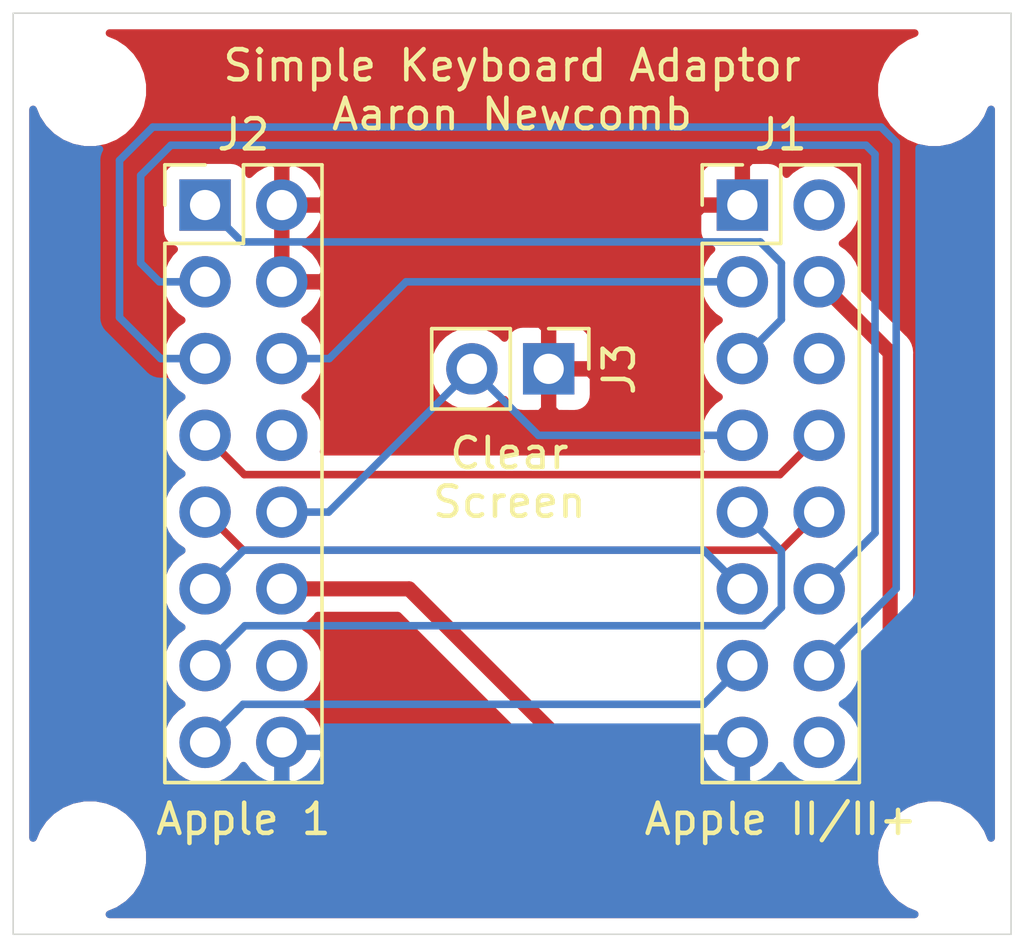
<source format=kicad_pcb>
(kicad_pcb (version 20171130) (host pcbnew "(5.1.9)-1")

  (general
    (thickness 1.6)
    (drawings 8)
    (tracks 51)
    (zones 0)
    (modules 7)
    (nets 14)
  )

  (page A4)
  (layers
    (0 F.Cu signal)
    (31 B.Cu signal)
    (32 B.Adhes user)
    (33 F.Adhes user)
    (34 B.Paste user)
    (35 F.Paste user)
    (36 B.SilkS user)
    (37 F.SilkS user)
    (38 B.Mask user)
    (39 F.Mask user)
    (40 Dwgs.User user)
    (41 Cmts.User user)
    (42 Eco1.User user)
    (43 Eco2.User user)
    (44 Edge.Cuts user)
    (45 Margin user)
    (46 B.CrtYd user)
    (47 F.CrtYd user)
    (48 B.Fab user)
    (49 F.Fab user)
  )

  (setup
    (last_trace_width 0.25)
    (trace_clearance 0.2)
    (zone_clearance 0.508)
    (zone_45_only no)
    (trace_min 0.2)
    (via_size 0.8)
    (via_drill 0.4)
    (via_min_size 0.4)
    (via_min_drill 0.3)
    (uvia_size 0.3)
    (uvia_drill 0.1)
    (uvias_allowed no)
    (uvia_min_size 0.2)
    (uvia_min_drill 0.1)
    (edge_width 0.05)
    (segment_width 0.2)
    (pcb_text_width 0.3)
    (pcb_text_size 1.5 1.5)
    (mod_edge_width 0.12)
    (mod_text_size 1 1)
    (mod_text_width 0.15)
    (pad_size 1.524 1.524)
    (pad_drill 0.762)
    (pad_to_mask_clearance 0)
    (aux_axis_origin 0 0)
    (visible_elements 7FFDFFFF)
    (pcbplotparams
      (layerselection 0x010fc_ffffffff)
      (usegerberextensions false)
      (usegerberattributes true)
      (usegerberadvancedattributes true)
      (creategerberjobfile true)
      (excludeedgelayer true)
      (linewidth 0.100000)
      (plotframeref false)
      (viasonmask false)
      (mode 1)
      (useauxorigin false)
      (hpglpennumber 1)
      (hpglpenspeed 20)
      (hpglpendiameter 15.000000)
      (psnegative false)
      (psa4output false)
      (plotreference true)
      (plotvalue true)
      (plotinvisibletext false)
      (padsonsilk false)
      (subtractmaskfromsilk false)
      (outputformat 1)
      (mirror false)
      (drillshape 0)
      (scaleselection 1)
      (outputdirectory "Gerbers/"))
  )

  (net 0 "")
  (net 1 -12V)
  (net 2 /data2)
  (net 3 /data1)
  (net 4 /data4)
  (net 5 /data3)
  (net 6 GND)
  (net 7 /data7)
  (net 8 /data5)
  (net 9 /data6)
  (net 10 /reset)
  (net 11 /strobe)
  (net 12 +5V)
  (net 13 "Net-(J1-Pad4)")

  (net_class Default "This is the default net class."
    (clearance 0.2)
    (trace_width 0.25)
    (via_dia 0.8)
    (via_drill 0.4)
    (uvia_dia 0.3)
    (uvia_drill 0.1)
    (add_net +5V)
    (add_net /data1)
    (add_net /data2)
    (add_net /data3)
    (add_net /data4)
    (add_net /data5)
    (add_net /data6)
    (add_net /data7)
    (add_net /reset)
    (add_net /strobe)
    (add_net GND)
    (add_net "Net-(J1-Pad4)")
  )

  (net_class Power ""
    (clearance 0.2)
    (trace_width 0.5)
    (via_dia 0.8)
    (via_drill 0.4)
    (uvia_dia 0.3)
    (uvia_drill 0.1)
    (add_net -12V)
  )

  (module MountingHole:MountingHole_2.7mm_M2.5 (layer F.Cu) (tedit 56D1B4CB) (tstamp 6048C907)
    (at 109.22 90.17)
    (descr "Mounting Hole 2.7mm, no annular, M2.5")
    (tags "mounting hole 2.7mm no annular m2.5")
    (attr virtual)
    (fp_text reference REF** (at 0 -3.7) (layer F.SilkS) hide
      (effects (font (size 1 1) (thickness 0.15)))
    )
    (fp_text value MountingHole_2.7mm_M2.5 (at 0 3.7) (layer F.Fab)
      (effects (font (size 1 1) (thickness 0.15)))
    )
    (fp_circle (center 0 0) (end 2.7 0) (layer Cmts.User) (width 0.15))
    (fp_circle (center 0 0) (end 2.95 0) (layer F.CrtYd) (width 0.05))
    (fp_text user %R (at 0.3 0) (layer F.Fab)
      (effects (font (size 1 1) (thickness 0.15)))
    )
    (pad 1 np_thru_hole circle (at 0 0) (size 2.7 2.7) (drill 2.7) (layers *.Cu *.Mask))
  )

  (module MountingHole:MountingHole_2.7mm_M2.5 (layer F.Cu) (tedit 56D1B4CB) (tstamp 6048C97A)
    (at 109.22 115.57)
    (descr "Mounting Hole 2.7mm, no annular, M2.5")
    (tags "mounting hole 2.7mm no annular m2.5")
    (attr virtual)
    (fp_text reference REF** (at 0 -3.7) (layer F.SilkS) hide
      (effects (font (size 1 1) (thickness 0.15)))
    )
    (fp_text value MountingHole_2.7mm_M2.5 (at 0 3.7) (layer F.Fab)
      (effects (font (size 1 1) (thickness 0.15)))
    )
    (fp_circle (center 0 0) (end 2.7 0) (layer Cmts.User) (width 0.15))
    (fp_circle (center 0 0) (end 2.95 0) (layer F.CrtYd) (width 0.05))
    (fp_text user %R (at 0.3 0) (layer F.Fab)
      (effects (font (size 1 1) (thickness 0.15)))
    )
    (pad 1 np_thru_hole circle (at 0 0) (size 2.7 2.7) (drill 2.7) (layers *.Cu *.Mask))
  )

  (module MountingHole:MountingHole_2.7mm_M2.5 (layer F.Cu) (tedit 56D1B4CB) (tstamp 6048C94F)
    (at 137.16 115.57)
    (descr "Mounting Hole 2.7mm, no annular, M2.5")
    (tags "mounting hole 2.7mm no annular m2.5")
    (attr virtual)
    (fp_text reference REF** (at 0 -3.7) (layer F.SilkS) hide
      (effects (font (size 1 1) (thickness 0.15)))
    )
    (fp_text value MountingHole_2.7mm_M2.5 (at 0 3.7) (layer F.Fab)
      (effects (font (size 1 1) (thickness 0.15)))
    )
    (fp_circle (center 0 0) (end 2.7 0) (layer Cmts.User) (width 0.15))
    (fp_circle (center 0 0) (end 2.95 0) (layer F.CrtYd) (width 0.05))
    (fp_text user %R (at 0.3 0) (layer F.Fab)
      (effects (font (size 1 1) (thickness 0.15)))
    )
    (pad 1 np_thru_hole circle (at 0 0) (size 2.7 2.7) (drill 2.7) (layers *.Cu *.Mask))
  )

  (module MountingHole:MountingHole_2.7mm_M2.5 (layer F.Cu) (tedit 56D1B4CB) (tstamp 6048C92B)
    (at 137.16 90.17)
    (descr "Mounting Hole 2.7mm, no annular, M2.5")
    (tags "mounting hole 2.7mm no annular m2.5")
    (attr virtual)
    (fp_text reference REF** (at 0 -3.7) (layer F.SilkS) hide
      (effects (font (size 1 1) (thickness 0.15)))
    )
    (fp_text value MountingHole_2.7mm_M2.5 (at 0 3.7) (layer F.Fab)
      (effects (font (size 1 1) (thickness 0.15)))
    )
    (fp_circle (center 0 0) (end 2.7 0) (layer Cmts.User) (width 0.15))
    (fp_circle (center 0 0) (end 2.95 0) (layer F.CrtYd) (width 0.05))
    (fp_text user %R (at 0.3 0) (layer F.Fab)
      (effects (font (size 1 1) (thickness 0.15)))
    )
    (pad 1 np_thru_hole circle (at 0 0) (size 2.7 2.7) (drill 2.7) (layers *.Cu *.Mask))
  )

  (module Connector_PinHeader_2.54mm:PinHeader_1x02_P2.54mm_Vertical (layer F.Cu) (tedit 59FED5CC) (tstamp 6048C30F)
    (at 124.4 99.4 270)
    (descr "Through hole straight pin header, 1x02, 2.54mm pitch, single row")
    (tags "Through hole pin header THT 1x02 2.54mm single row")
    (path /604B4A55)
    (fp_text reference J3 (at 0 -2.33 90) (layer F.SilkS)
      (effects (font (size 1 1) (thickness 0.15)))
    )
    (fp_text value Conn_01x02 (at 0 4.87 90) (layer F.Fab)
      (effects (font (size 1 1) (thickness 0.15)))
    )
    (fp_line (start 1.8 -1.8) (end -1.8 -1.8) (layer F.CrtYd) (width 0.05))
    (fp_line (start 1.8 4.35) (end 1.8 -1.8) (layer F.CrtYd) (width 0.05))
    (fp_line (start -1.8 4.35) (end 1.8 4.35) (layer F.CrtYd) (width 0.05))
    (fp_line (start -1.8 -1.8) (end -1.8 4.35) (layer F.CrtYd) (width 0.05))
    (fp_line (start -1.33 -1.33) (end 0 -1.33) (layer F.SilkS) (width 0.12))
    (fp_line (start -1.33 0) (end -1.33 -1.33) (layer F.SilkS) (width 0.12))
    (fp_line (start -1.33 1.27) (end 1.33 1.27) (layer F.SilkS) (width 0.12))
    (fp_line (start 1.33 1.27) (end 1.33 3.87) (layer F.SilkS) (width 0.12))
    (fp_line (start -1.33 1.27) (end -1.33 3.87) (layer F.SilkS) (width 0.12))
    (fp_line (start -1.33 3.87) (end 1.33 3.87) (layer F.SilkS) (width 0.12))
    (fp_line (start -1.27 -0.635) (end -0.635 -1.27) (layer F.Fab) (width 0.1))
    (fp_line (start -1.27 3.81) (end -1.27 -0.635) (layer F.Fab) (width 0.1))
    (fp_line (start 1.27 3.81) (end -1.27 3.81) (layer F.Fab) (width 0.1))
    (fp_line (start 1.27 -1.27) (end 1.27 3.81) (layer F.Fab) (width 0.1))
    (fp_line (start -0.635 -1.27) (end 1.27 -1.27) (layer F.Fab) (width 0.1))
    (fp_text user %R (at 0 1.27) (layer F.Fab)
      (effects (font (size 1 1) (thickness 0.15)))
    )
    (pad 1 thru_hole rect (at 0 0 270) (size 1.7 1.7) (drill 1) (layers *.Cu *.Mask)
      (net 12 +5V))
    (pad 2 thru_hole oval (at 0 2.54 270) (size 1.7 1.7) (drill 1) (layers *.Cu *.Mask)
      (net 13 "Net-(J1-Pad4)"))
    (model ${KISYS3DMOD}/Connector_PinHeader_2.54mm.3dshapes/PinHeader_1x02_P2.54mm_Vertical.wrl
      (at (xyz 0 0 0))
      (scale (xyz 1 1 1))
      (rotate (xyz 0 0 0))
    )
  )

  (module footprints:PinHeader_2x08_P2.54mm_Counter_Clockwise_DIP (layer F.Cu) (tedit 6114D6E8) (tstamp 61153F50)
    (at 130.81 93.98)
    (descr "Through hole straight pin header, 2x08, 2.54mm pitch, double rows")
    (tags "Through hole pin header THT 2x08 2.54mm double row")
    (path /60498880)
    (fp_text reference J1 (at 1.27 -2.33) (layer F.SilkS)
      (effects (font (size 1 1) (thickness 0.15)))
    )
    (fp_text value "Apple II/II+" (at 1.27 20.11) (layer F.Fab)
      (effects (font (size 1 1) (thickness 0.15)))
    )
    (fp_text user %R (at 1.27 8.89 90) (layer F.Fab)
      (effects (font (size 1 1) (thickness 0.15)))
    )
    (fp_line (start 0 -1.27) (end 3.81 -1.27) (layer F.Fab) (width 0.1))
    (fp_line (start 3.81 -1.27) (end 3.81 19.05) (layer F.Fab) (width 0.1))
    (fp_line (start 3.81 19.05) (end -1.27 19.05) (layer F.Fab) (width 0.1))
    (fp_line (start -1.27 19.05) (end -1.27 0) (layer F.Fab) (width 0.1))
    (fp_line (start -1.27 0) (end 0 -1.27) (layer F.Fab) (width 0.1))
    (fp_line (start -1.33 19.11) (end 3.87 19.11) (layer F.SilkS) (width 0.12))
    (fp_line (start -1.33 1.27) (end -1.33 19.11) (layer F.SilkS) (width 0.12))
    (fp_line (start 3.87 -1.33) (end 3.87 19.11) (layer F.SilkS) (width 0.12))
    (fp_line (start -1.33 1.27) (end 1.27 1.27) (layer F.SilkS) (width 0.12))
    (fp_line (start 1.27 1.27) (end 1.27 -1.33) (layer F.SilkS) (width 0.12))
    (fp_line (start 1.27 -1.33) (end 3.87 -1.33) (layer F.SilkS) (width 0.12))
    (fp_line (start -1.33 0) (end -1.33 -1.33) (layer F.SilkS) (width 0.12))
    (fp_line (start -1.33 -1.33) (end 0 -1.33) (layer F.SilkS) (width 0.12))
    (fp_line (start -1.8 -1.8) (end -1.8 19.55) (layer F.CrtYd) (width 0.05))
    (fp_line (start -1.8 19.55) (end 4.35 19.55) (layer F.CrtYd) (width 0.05))
    (fp_line (start 4.35 19.55) (end 4.35 -1.8) (layer F.CrtYd) (width 0.05))
    (fp_line (start 4.35 -1.8) (end -1.8 -1.8) (layer F.CrtYd) (width 0.05))
    (pad 9 thru_hole oval (at 2.54 17.78) (size 1.7 1.7) (drill 1) (layers *.Cu *.Mask))
    (pad 8 thru_hole oval (at 0 17.78) (size 1.7 1.7) (drill 1) (layers *.Cu *.Mask)
      (net 6 GND))
    (pad 10 thru_hole oval (at 2.54 15.24) (size 1.7 1.7) (drill 1) (layers *.Cu *.Mask)
      (net 5 /data3))
    (pad 7 thru_hole oval (at 0 15.24) (size 1.7 1.7) (drill 1) (layers *.Cu *.Mask)
      (net 7 /data7))
    (pad 11 thru_hole oval (at 2.54 12.7) (size 1.7 1.7) (drill 1) (layers *.Cu *.Mask)
      (net 4 /data4))
    (pad 6 thru_hole oval (at 0 12.7) (size 1.7 1.7) (drill 1) (layers *.Cu *.Mask)
      (net 8 /data5))
    (pad 12 thru_hole oval (at 2.54 10.16) (size 1.7 1.7) (drill 1) (layers *.Cu *.Mask)
      (net 3 /data1))
    (pad 5 thru_hole oval (at 0 10.16) (size 1.7 1.7) (drill 1) (layers *.Cu *.Mask)
      (net 9 /data6))
    (pad 13 thru_hole oval (at 2.54 7.62) (size 1.7 1.7) (drill 1) (layers *.Cu *.Mask)
      (net 2 /data2))
    (pad 4 thru_hole oval (at 0 7.62) (size 1.7 1.7) (drill 1) (layers *.Cu *.Mask)
      (net 13 "Net-(J1-Pad4)"))
    (pad 14 thru_hole oval (at 2.54 5.08) (size 1.7 1.7) (drill 1) (layers *.Cu *.Mask))
    (pad 3 thru_hole oval (at 0 5.08) (size 1.7 1.7) (drill 1) (layers *.Cu *.Mask)
      (net 10 /reset))
    (pad 15 thru_hole oval (at 2.54 2.54) (size 1.7 1.7) (drill 1) (layers *.Cu *.Mask)
      (net 1 -12V))
    (pad 2 thru_hole oval (at 0 2.54) (size 1.7 1.7) (drill 1) (layers *.Cu *.Mask)
      (net 11 /strobe))
    (pad 16 thru_hole oval (at 2.54 0) (size 1.7 1.7) (drill 1) (layers *.Cu *.Mask))
    (pad 1 thru_hole rect (at 0 0) (size 1.7 1.7) (drill 1) (layers *.Cu *.Mask)
      (net 12 +5V))
    (model ${KISYS3DMOD}/Connector_PinHeader_2.54mm.3dshapes/PinHeader_2x08_P2.54mm_Vertical.wrl
      (at (xyz 0 0 0))
      (scale (xyz 1 1 1))
      (rotate (xyz 0 0 0))
    )
  )

  (module footprints:PinHeader_2x08_P2.54mm_Counter_Clockwise_DIP (layer F.Cu) (tedit 6114D6E8) (tstamp 61153F75)
    (at 113.03 93.98)
    (descr "Through hole straight pin header, 2x08, 2.54mm pitch, double rows")
    (tags "Through hole pin header THT 2x08 2.54mm double row")
    (path /6047FBE8)
    (fp_text reference J2 (at 1.27 -2.33) (layer F.SilkS)
      (effects (font (size 1 1) (thickness 0.15)))
    )
    (fp_text value "Apple 1" (at 1.27 20.11) (layer F.Fab)
      (effects (font (size 1 1) (thickness 0.15)))
    )
    (fp_line (start 4.35 -1.8) (end -1.8 -1.8) (layer F.CrtYd) (width 0.05))
    (fp_line (start 4.35 19.55) (end 4.35 -1.8) (layer F.CrtYd) (width 0.05))
    (fp_line (start -1.8 19.55) (end 4.35 19.55) (layer F.CrtYd) (width 0.05))
    (fp_line (start -1.8 -1.8) (end -1.8 19.55) (layer F.CrtYd) (width 0.05))
    (fp_line (start -1.33 -1.33) (end 0 -1.33) (layer F.SilkS) (width 0.12))
    (fp_line (start -1.33 0) (end -1.33 -1.33) (layer F.SilkS) (width 0.12))
    (fp_line (start 1.27 -1.33) (end 3.87 -1.33) (layer F.SilkS) (width 0.12))
    (fp_line (start 1.27 1.27) (end 1.27 -1.33) (layer F.SilkS) (width 0.12))
    (fp_line (start -1.33 1.27) (end 1.27 1.27) (layer F.SilkS) (width 0.12))
    (fp_line (start 3.87 -1.33) (end 3.87 19.11) (layer F.SilkS) (width 0.12))
    (fp_line (start -1.33 1.27) (end -1.33 19.11) (layer F.SilkS) (width 0.12))
    (fp_line (start -1.33 19.11) (end 3.87 19.11) (layer F.SilkS) (width 0.12))
    (fp_line (start -1.27 0) (end 0 -1.27) (layer F.Fab) (width 0.1))
    (fp_line (start -1.27 19.05) (end -1.27 0) (layer F.Fab) (width 0.1))
    (fp_line (start 3.81 19.05) (end -1.27 19.05) (layer F.Fab) (width 0.1))
    (fp_line (start 3.81 -1.27) (end 3.81 19.05) (layer F.Fab) (width 0.1))
    (fp_line (start 0 -1.27) (end 3.81 -1.27) (layer F.Fab) (width 0.1))
    (fp_text user %R (at 1.27 8.89 90) (layer F.Fab)
      (effects (font (size 1 1) (thickness 0.15)))
    )
    (pad 1 thru_hole rect (at 0 0) (size 1.7 1.7) (drill 1) (layers *.Cu *.Mask)
      (net 10 /reset))
    (pad 16 thru_hole oval (at 2.54 0) (size 1.7 1.7) (drill 1) (layers *.Cu *.Mask)
      (net 12 +5V))
    (pad 2 thru_hole oval (at 0 2.54) (size 1.7 1.7) (drill 1) (layers *.Cu *.Mask)
      (net 4 /data4))
    (pad 15 thru_hole oval (at 2.54 2.54) (size 1.7 1.7) (drill 1) (layers *.Cu *.Mask)
      (net 12 +5V))
    (pad 3 thru_hole oval (at 0 5.08) (size 1.7 1.7) (drill 1) (layers *.Cu *.Mask)
      (net 5 /data3))
    (pad 14 thru_hole oval (at 2.54 5.08) (size 1.7 1.7) (drill 1) (layers *.Cu *.Mask)
      (net 11 /strobe))
    (pad 4 thru_hole oval (at 0 7.62) (size 1.7 1.7) (drill 1) (layers *.Cu *.Mask)
      (net 2 /data2))
    (pad 13 thru_hole oval (at 2.54 7.62) (size 1.7 1.7) (drill 1) (layers *.Cu *.Mask))
    (pad 5 thru_hole oval (at 0 10.16) (size 1.7 1.7) (drill 1) (layers *.Cu *.Mask)
      (net 3 /data1))
    (pad 12 thru_hole oval (at 2.54 10.16) (size 1.7 1.7) (drill 1) (layers *.Cu *.Mask)
      (net 13 "Net-(J1-Pad4)"))
    (pad 6 thru_hole oval (at 0 12.7) (size 1.7 1.7) (drill 1) (layers *.Cu *.Mask)
      (net 8 /data5))
    (pad 11 thru_hole oval (at 2.54 12.7) (size 1.7 1.7) (drill 1) (layers *.Cu *.Mask)
      (net 1 -12V))
    (pad 7 thru_hole oval (at 0 15.24) (size 1.7 1.7) (drill 1) (layers *.Cu *.Mask)
      (net 9 /data6))
    (pad 10 thru_hole oval (at 2.54 15.24) (size 1.7 1.7) (drill 1) (layers *.Cu *.Mask))
    (pad 8 thru_hole oval (at 0 17.78) (size 1.7 1.7) (drill 1) (layers *.Cu *.Mask)
      (net 7 /data7))
    (pad 9 thru_hole oval (at 2.54 17.78) (size 1.7 1.7) (drill 1) (layers *.Cu *.Mask)
      (net 6 GND))
    (model ${KISYS3DMOD}/Connector_PinHeader_2.54mm.3dshapes/PinHeader_2x08_P2.54mm_Vertical.wrl
      (at (xyz 0 0 0))
      (scale (xyz 1 1 1))
      (rotate (xyz 0 0 0))
    )
  )

  (gr_text "Simple Keyboard Adaptor\nAaron Newcomb" (at 123.19 90.17) (layer F.SilkS)
    (effects (font (size 1 1) (thickness 0.15)))
  )
  (gr_text "Clear\nScreen" (at 123.1 103) (layer F.SilkS)
    (effects (font (size 1 1) (thickness 0.15)))
  )
  (gr_text "Apple II/II+" (at 132.08 114.3) (layer F.SilkS)
    (effects (font (size 1 1) (thickness 0.15)))
  )
  (gr_text "Apple 1" (at 114.3 114.3) (layer F.SilkS)
    (effects (font (size 1 1) (thickness 0.15)))
  )
  (gr_line (start 106.68 118.11) (end 106.68 87.63) (layer Edge.Cuts) (width 0.05) (tstamp 6048C5F2))
  (gr_line (start 139.7 118.11) (end 106.68 118.11) (layer Edge.Cuts) (width 0.05))
  (gr_line (start 139.7 87.63) (end 139.7 118.11) (layer Edge.Cuts) (width 0.05))
  (gr_line (start 106.68 87.63) (end 139.7 87.63) (layer Edge.Cuts) (width 0.05))

  (segment (start 115.57 106.68) (end 119.78 106.68) (width 0.5) (layer F.Cu) (net 1))
  (segment (start 119.78 106.68) (end 128.9 115.8) (width 0.5) (layer F.Cu) (net 1))
  (segment (start 128.9 115.8) (end 132.3 115.8) (width 0.5) (layer F.Cu) (net 1))
  (segment (start 132.3 115.8) (end 135.7 112.4) (width 0.5) (layer F.Cu) (net 1))
  (segment (start 135.7 98.87) (end 133.35 96.52) (width 0.5) (layer F.Cu) (net 1))
  (segment (start 135.7 112.4) (end 135.7 98.87) (width 0.5) (layer F.Cu) (net 1))
  (segment (start 132.05 102.9) (end 133.35 101.6) (width 0.25) (layer F.Cu) (net 2))
  (segment (start 114.33 102.9) (end 132.05 102.9) (width 0.25) (layer F.Cu) (net 2))
  (segment (start 113.03 101.6) (end 114.33 102.9) (width 0.25) (layer F.Cu) (net 2))
  (segment (start 132.09 105.4) (end 133.35 104.14) (width 0.25) (layer F.Cu) (net 3))
  (segment (start 114.29 105.4) (end 132.09 105.4) (width 0.25) (layer F.Cu) (net 3))
  (segment (start 113.03 104.14) (end 114.29 105.4) (width 0.25) (layer F.Cu) (net 3))
  (segment (start 135.2 104.83) (end 133.35 106.68) (width 0.25) (layer B.Cu) (net 4))
  (segment (start 135.2 92.3) (end 135.2 104.83) (width 0.25) (layer B.Cu) (net 4))
  (segment (start 134.9 92) (end 135.2 92.3) (width 0.25) (layer B.Cu) (net 4))
  (segment (start 111.9 92) (end 134.9 92) (width 0.25) (layer B.Cu) (net 4))
  (segment (start 110.9 93) (end 111.9 92) (width 0.25) (layer B.Cu) (net 4))
  (segment (start 110.9 95.9) (end 110.9 93) (width 0.25) (layer B.Cu) (net 4))
  (segment (start 111.52 96.52) (end 110.9 95.9) (width 0.25) (layer B.Cu) (net 4))
  (segment (start 113.03 96.52) (end 111.52 96.52) (width 0.25) (layer B.Cu) (net 4))
  (segment (start 135.9 106.67) (end 133.35 109.22) (width 0.25) (layer B.Cu) (net 5))
  (segment (start 135.9 91.9) (end 135.9 106.67) (width 0.25) (layer B.Cu) (net 5))
  (segment (start 135.4 91.4) (end 135.9 91.9) (width 0.25) (layer B.Cu) (net 5))
  (segment (start 111.3 91.4) (end 135.4 91.4) (width 0.25) (layer B.Cu) (net 5))
  (segment (start 110.2 92.5) (end 111.3 91.4) (width 0.25) (layer B.Cu) (net 5))
  (segment (start 110.2 97.7) (end 110.2 92.5) (width 0.25) (layer B.Cu) (net 5))
  (segment (start 111.56 99.06) (end 110.2 97.7) (width 0.25) (layer B.Cu) (net 5))
  (segment (start 113.03 99.06) (end 111.56 99.06) (width 0.25) (layer B.Cu) (net 5))
  (segment (start 129.53 110.5) (end 130.81 109.22) (width 0.25) (layer B.Cu) (net 7))
  (segment (start 114.29 110.5) (end 129.53 110.5) (width 0.25) (layer B.Cu) (net 7))
  (segment (start 113.03 111.76) (end 114.29 110.5) (width 0.25) (layer B.Cu) (net 7))
  (segment (start 129.53 105.4) (end 130.81 106.68) (width 0.25) (layer B.Cu) (net 8))
  (segment (start 114.31 105.4) (end 129.53 105.4) (width 0.25) (layer B.Cu) (net 8))
  (segment (start 113.03 106.68) (end 114.31 105.4) (width 0.25) (layer B.Cu) (net 8))
  (segment (start 132.1 105.43) (end 130.81 104.14) (width 0.25) (layer B.Cu) (net 9))
  (segment (start 132.1 107.3) (end 132.1 105.43) (width 0.25) (layer B.Cu) (net 9))
  (segment (start 131.5 107.9) (end 132.1 107.3) (width 0.25) (layer B.Cu) (net 9))
  (segment (start 114.35 107.9) (end 131.5 107.9) (width 0.25) (layer B.Cu) (net 9))
  (segment (start 113.03 109.22) (end 114.35 107.9) (width 0.25) (layer B.Cu) (net 9))
  (segment (start 132.1 97.77) (end 130.81 99.06) (width 0.25) (layer B.Cu) (net 10))
  (segment (start 132.1 95.9) (end 132.1 97.77) (width 0.25) (layer B.Cu) (net 10))
  (segment (start 131.4 95.2) (end 132.1 95.9) (width 0.25) (layer B.Cu) (net 10))
  (segment (start 114.25 95.2) (end 131.4 95.2) (width 0.25) (layer B.Cu) (net 10))
  (segment (start 113.03 93.98) (end 114.25 95.2) (width 0.25) (layer B.Cu) (net 10))
  (segment (start 115.57 99.06) (end 117.14 99.06) (width 0.25) (layer B.Cu) (net 11))
  (segment (start 119.68 96.52) (end 130.81 96.52) (width 0.25) (layer B.Cu) (net 11))
  (segment (start 117.14 99.06) (end 119.68 96.52) (width 0.25) (layer B.Cu) (net 11))
  (segment (start 121.86 99.4) (end 124.06 101.6) (width 0.25) (layer B.Cu) (net 13))
  (segment (start 124.06 101.6) (end 130.81 101.6) (width 0.25) (layer B.Cu) (net 13) (tstamp 61153FBA))
  (segment (start 115.57 104.14) (end 117.12 104.14) (width 0.25) (layer B.Cu) (net 13))
  (segment (start 117.12 104.14) (end 121.86 99.4) (width 0.25) (layer B.Cu) (net 13))

  (zone (net 12) (net_name +5V) (layer F.Cu) (tstamp 6048E48A) (hatch edge 0.508)
    (connect_pads (clearance 0.508))
    (min_thickness 0.254)
    (fill yes (arc_segments 32) (thermal_gap 0.508) (thermal_bridge_width 0.508))
    (polygon
      (pts
        (xy 139.7 118.11) (xy 106.68 118.11) (xy 106.68 87.63) (xy 139.7 87.63)
      )
    )
    (filled_polygon
      (pts
        (xy 136.21975 88.410915) (xy 135.894636 88.628149) (xy 135.618149 88.904636) (xy 135.400915 89.22975) (xy 135.251282 89.590997)
        (xy 135.175 89.974495) (xy 135.175 90.365505) (xy 135.251282 90.749003) (xy 135.400915 91.11025) (xy 135.618149 91.435364)
        (xy 135.894636 91.711851) (xy 136.21975 91.929085) (xy 136.580997 92.078718) (xy 136.964495 92.155) (xy 137.355505 92.155)
        (xy 137.739003 92.078718) (xy 138.10025 91.929085) (xy 138.425364 91.711851) (xy 138.701851 91.435364) (xy 138.919085 91.11025)
        (xy 139.04 90.818335) (xy 139.040001 114.921668) (xy 138.919085 114.62975) (xy 138.701851 114.304636) (xy 138.425364 114.028149)
        (xy 138.10025 113.810915) (xy 137.739003 113.661282) (xy 137.355505 113.585) (xy 136.964495 113.585) (xy 136.580997 113.661282)
        (xy 136.21975 113.810915) (xy 135.894636 114.028149) (xy 135.618149 114.304636) (xy 135.400915 114.62975) (xy 135.251282 114.990997)
        (xy 135.175 115.374495) (xy 135.175 115.765505) (xy 135.251282 116.149003) (xy 135.400915 116.51025) (xy 135.618149 116.835364)
        (xy 135.894636 117.111851) (xy 136.21975 117.329085) (xy 136.511665 117.45) (xy 109.868335 117.45) (xy 110.16025 117.329085)
        (xy 110.485364 117.111851) (xy 110.761851 116.835364) (xy 110.979085 116.51025) (xy 111.128718 116.149003) (xy 111.205 115.765505)
        (xy 111.205 115.374495) (xy 111.128718 114.990997) (xy 110.979085 114.62975) (xy 110.761851 114.304636) (xy 110.485364 114.028149)
        (xy 110.16025 113.810915) (xy 109.799003 113.661282) (xy 109.415505 113.585) (xy 109.024495 113.585) (xy 108.640997 113.661282)
        (xy 108.27975 113.810915) (xy 107.954636 114.028149) (xy 107.678149 114.304636) (xy 107.460915 114.62975) (xy 107.34 114.921665)
        (xy 107.34 93.13) (xy 111.541928 93.13) (xy 111.541928 94.83) (xy 111.554188 94.954482) (xy 111.590498 95.07418)
        (xy 111.649463 95.184494) (xy 111.728815 95.281185) (xy 111.825506 95.360537) (xy 111.93582 95.419502) (xy 112.00838 95.441513)
        (xy 111.876525 95.573368) (xy 111.71401 95.816589) (xy 111.602068 96.086842) (xy 111.545 96.37374) (xy 111.545 96.66626)
        (xy 111.602068 96.953158) (xy 111.71401 97.223411) (xy 111.876525 97.466632) (xy 112.083368 97.673475) (xy 112.25776 97.79)
        (xy 112.083368 97.906525) (xy 111.876525 98.113368) (xy 111.71401 98.356589) (xy 111.602068 98.626842) (xy 111.545 98.91374)
        (xy 111.545 99.20626) (xy 111.602068 99.493158) (xy 111.71401 99.763411) (xy 111.876525 100.006632) (xy 112.083368 100.213475)
        (xy 112.25776 100.33) (xy 112.083368 100.446525) (xy 111.876525 100.653368) (xy 111.71401 100.896589) (xy 111.602068 101.166842)
        (xy 111.545 101.45374) (xy 111.545 101.74626) (xy 111.602068 102.033158) (xy 111.71401 102.303411) (xy 111.876525 102.546632)
        (xy 112.083368 102.753475) (xy 112.25776 102.87) (xy 112.083368 102.986525) (xy 111.876525 103.193368) (xy 111.71401 103.436589)
        (xy 111.602068 103.706842) (xy 111.545 103.99374) (xy 111.545 104.28626) (xy 111.602068 104.573158) (xy 111.71401 104.843411)
        (xy 111.876525 105.086632) (xy 112.083368 105.293475) (xy 112.25776 105.41) (xy 112.083368 105.526525) (xy 111.876525 105.733368)
        (xy 111.71401 105.976589) (xy 111.602068 106.246842) (xy 111.545 106.53374) (xy 111.545 106.82626) (xy 111.602068 107.113158)
        (xy 111.71401 107.383411) (xy 111.876525 107.626632) (xy 112.083368 107.833475) (xy 112.25776 107.95) (xy 112.083368 108.066525)
        (xy 111.876525 108.273368) (xy 111.71401 108.516589) (xy 111.602068 108.786842) (xy 111.545 109.07374) (xy 111.545 109.36626)
        (xy 111.602068 109.653158) (xy 111.71401 109.923411) (xy 111.876525 110.166632) (xy 112.083368 110.373475) (xy 112.25776 110.49)
        (xy 112.083368 110.606525) (xy 111.876525 110.813368) (xy 111.71401 111.056589) (xy 111.602068 111.326842) (xy 111.545 111.61374)
        (xy 111.545 111.90626) (xy 111.602068 112.193158) (xy 111.71401 112.463411) (xy 111.876525 112.706632) (xy 112.083368 112.913475)
        (xy 112.326589 113.07599) (xy 112.596842 113.187932) (xy 112.88374 113.245) (xy 113.17626 113.245) (xy 113.463158 113.187932)
        (xy 113.733411 113.07599) (xy 113.976632 112.913475) (xy 114.183475 112.706632) (xy 114.3 112.53224) (xy 114.416525 112.706632)
        (xy 114.623368 112.913475) (xy 114.866589 113.07599) (xy 115.136842 113.187932) (xy 115.42374 113.245) (xy 115.71626 113.245)
        (xy 116.003158 113.187932) (xy 116.273411 113.07599) (xy 116.516632 112.913475) (xy 116.723475 112.706632) (xy 116.88599 112.463411)
        (xy 116.997932 112.193158) (xy 117.055 111.90626) (xy 117.055 111.61374) (xy 116.997932 111.326842) (xy 116.88599 111.056589)
        (xy 116.723475 110.813368) (xy 116.516632 110.606525) (xy 116.34224 110.49) (xy 116.516632 110.373475) (xy 116.723475 110.166632)
        (xy 116.88599 109.923411) (xy 116.997932 109.653158) (xy 117.055 109.36626) (xy 117.055 109.07374) (xy 116.997932 108.786842)
        (xy 116.88599 108.516589) (xy 116.723475 108.273368) (xy 116.516632 108.066525) (xy 116.34224 107.95) (xy 116.516632 107.833475)
        (xy 116.723475 107.626632) (xy 116.764656 107.565) (xy 119.413422 107.565) (xy 128.24347 116.395049) (xy 128.271183 116.428817)
        (xy 128.304951 116.45653) (xy 128.304953 116.456532) (xy 128.405941 116.539411) (xy 128.559686 116.621589) (xy 128.72651 116.672195)
        (xy 128.856523 116.685) (xy 128.856531 116.685) (xy 128.9 116.689281) (xy 128.943469 116.685) (xy 132.256531 116.685)
        (xy 132.3 116.689281) (xy 132.343469 116.685) (xy 132.343477 116.685) (xy 132.47349 116.672195) (xy 132.640313 116.621589)
        (xy 132.794059 116.539411) (xy 132.928817 116.428817) (xy 132.956534 116.395044) (xy 136.29505 113.056529) (xy 136.328817 113.028817)
        (xy 136.439411 112.894059) (xy 136.521589 112.740313) (xy 136.572195 112.57349) (xy 136.585 112.443477) (xy 136.585 112.443467)
        (xy 136.589281 112.400001) (xy 136.585 112.356535) (xy 136.585 98.913469) (xy 136.589281 98.87) (xy 136.585 98.826531)
        (xy 136.585 98.826523) (xy 136.572195 98.69651) (xy 136.521589 98.529687) (xy 136.439411 98.375941) (xy 136.328817 98.241183)
        (xy 136.295049 98.21347) (xy 134.820539 96.73896) (xy 134.835 96.66626) (xy 134.835 96.37374) (xy 134.777932 96.086842)
        (xy 134.66599 95.816589) (xy 134.503475 95.573368) (xy 134.296632 95.366525) (xy 134.12224 95.25) (xy 134.296632 95.133475)
        (xy 134.503475 94.926632) (xy 134.66599 94.683411) (xy 134.777932 94.413158) (xy 134.835 94.12626) (xy 134.835 93.83374)
        (xy 134.777932 93.546842) (xy 134.66599 93.276589) (xy 134.503475 93.033368) (xy 134.296632 92.826525) (xy 134.053411 92.66401)
        (xy 133.783158 92.552068) (xy 133.49626 92.495) (xy 133.20374 92.495) (xy 132.916842 92.552068) (xy 132.646589 92.66401)
        (xy 132.403368 92.826525) (xy 132.271513 92.95838) (xy 132.249502 92.88582) (xy 132.190537 92.775506) (xy 132.111185 92.678815)
        (xy 132.014494 92.599463) (xy 131.90418 92.540498) (xy 131.784482 92.504188) (xy 131.66 92.491928) (xy 131.09575 92.495)
        (xy 130.937 92.65375) (xy 130.937 93.853) (xy 130.957 93.853) (xy 130.957 94.107) (xy 130.937 94.107)
        (xy 130.937 94.127) (xy 130.683 94.127) (xy 130.683 94.107) (xy 129.48375 94.107) (xy 129.325 94.26575)
        (xy 129.321928 94.83) (xy 129.334188 94.954482) (xy 129.370498 95.07418) (xy 129.429463 95.184494) (xy 129.508815 95.281185)
        (xy 129.605506 95.360537) (xy 129.71582 95.419502) (xy 129.78838 95.441513) (xy 129.656525 95.573368) (xy 129.49401 95.816589)
        (xy 129.382068 96.086842) (xy 129.325 96.37374) (xy 129.325 96.66626) (xy 129.382068 96.953158) (xy 129.49401 97.223411)
        (xy 129.656525 97.466632) (xy 129.863368 97.673475) (xy 130.03776 97.79) (xy 129.863368 97.906525) (xy 129.656525 98.113368)
        (xy 129.49401 98.356589) (xy 129.382068 98.626842) (xy 129.325 98.91374) (xy 129.325 99.20626) (xy 129.382068 99.493158)
        (xy 129.49401 99.763411) (xy 129.656525 100.006632) (xy 129.863368 100.213475) (xy 130.03776 100.33) (xy 129.863368 100.446525)
        (xy 129.656525 100.653368) (xy 129.49401 100.896589) (xy 129.382068 101.166842) (xy 129.325 101.45374) (xy 129.325 101.74626)
        (xy 129.382068 102.033158) (xy 129.426323 102.14) (xy 116.953677 102.14) (xy 116.997932 102.033158) (xy 117.055 101.74626)
        (xy 117.055 101.45374) (xy 116.997932 101.166842) (xy 116.88599 100.896589) (xy 116.723475 100.653368) (xy 116.516632 100.446525)
        (xy 116.34224 100.33) (xy 116.516632 100.213475) (xy 116.723475 100.006632) (xy 116.88599 99.763411) (xy 116.997932 99.493158)
        (xy 117.045555 99.25374) (xy 120.375 99.25374) (xy 120.375 99.54626) (xy 120.432068 99.833158) (xy 120.54401 100.103411)
        (xy 120.706525 100.346632) (xy 120.913368 100.553475) (xy 121.156589 100.71599) (xy 121.426842 100.827932) (xy 121.71374 100.885)
        (xy 122.00626 100.885) (xy 122.293158 100.827932) (xy 122.563411 100.71599) (xy 122.806632 100.553475) (xy 122.938487 100.42162)
        (xy 122.960498 100.49418) (xy 123.019463 100.604494) (xy 123.098815 100.701185) (xy 123.195506 100.780537) (xy 123.30582 100.839502)
        (xy 123.425518 100.875812) (xy 123.55 100.888072) (xy 124.11425 100.885) (xy 124.273 100.72625) (xy 124.273 99.527)
        (xy 124.527 99.527) (xy 124.527 100.72625) (xy 124.68575 100.885) (xy 125.25 100.888072) (xy 125.374482 100.875812)
        (xy 125.49418 100.839502) (xy 125.604494 100.780537) (xy 125.701185 100.701185) (xy 125.780537 100.604494) (xy 125.839502 100.49418)
        (xy 125.875812 100.374482) (xy 125.888072 100.25) (xy 125.885 99.68575) (xy 125.72625 99.527) (xy 124.527 99.527)
        (xy 124.273 99.527) (xy 124.253 99.527) (xy 124.253 99.273) (xy 124.273 99.273) (xy 124.273 98.07375)
        (xy 124.527 98.07375) (xy 124.527 99.273) (xy 125.72625 99.273) (xy 125.885 99.11425) (xy 125.888072 98.55)
        (xy 125.875812 98.425518) (xy 125.839502 98.30582) (xy 125.780537 98.195506) (xy 125.701185 98.098815) (xy 125.604494 98.019463)
        (xy 125.49418 97.960498) (xy 125.374482 97.924188) (xy 125.25 97.911928) (xy 124.68575 97.915) (xy 124.527 98.07375)
        (xy 124.273 98.07375) (xy 124.11425 97.915) (xy 123.55 97.911928) (xy 123.425518 97.924188) (xy 123.30582 97.960498)
        (xy 123.195506 98.019463) (xy 123.098815 98.098815) (xy 123.019463 98.195506) (xy 122.960498 98.30582) (xy 122.938487 98.37838)
        (xy 122.806632 98.246525) (xy 122.563411 98.08401) (xy 122.293158 97.972068) (xy 122.00626 97.915) (xy 121.71374 97.915)
        (xy 121.426842 97.972068) (xy 121.156589 98.08401) (xy 120.913368 98.246525) (xy 120.706525 98.453368) (xy 120.54401 98.696589)
        (xy 120.432068 98.966842) (xy 120.375 99.25374) (xy 117.045555 99.25374) (xy 117.055 99.20626) (xy 117.055 98.91374)
        (xy 116.997932 98.626842) (xy 116.88599 98.356589) (xy 116.723475 98.113368) (xy 116.516632 97.906525) (xy 116.334466 97.784805)
        (xy 116.451355 97.715178) (xy 116.667588 97.520269) (xy 116.841641 97.28692) (xy 116.966825 97.024099) (xy 117.011476 96.87689)
        (xy 116.890155 96.647) (xy 115.697 96.647) (xy 115.697 96.667) (xy 115.443 96.667) (xy 115.443 96.647)
        (xy 115.423 96.647) (xy 115.423 96.393) (xy 115.443 96.393) (xy 115.443 94.107) (xy 115.697 94.107)
        (xy 115.697 96.393) (xy 116.890155 96.393) (xy 117.011476 96.16311) (xy 116.966825 96.015901) (xy 116.841641 95.75308)
        (xy 116.667588 95.519731) (xy 116.451355 95.324822) (xy 116.325745 95.25) (xy 116.451355 95.175178) (xy 116.667588 94.980269)
        (xy 116.841641 94.74692) (xy 116.966825 94.484099) (xy 117.011476 94.33689) (xy 116.890155 94.107) (xy 115.697 94.107)
        (xy 115.443 94.107) (xy 115.423 94.107) (xy 115.423 93.853) (xy 115.443 93.853) (xy 115.443 92.659186)
        (xy 115.697 92.659186) (xy 115.697 93.853) (xy 116.890155 93.853) (xy 117.011476 93.62311) (xy 116.966825 93.475901)
        (xy 116.841641 93.21308) (xy 116.779673 93.13) (xy 129.321928 93.13) (xy 129.325 93.69425) (xy 129.48375 93.853)
        (xy 130.683 93.853) (xy 130.683 92.65375) (xy 130.52425 92.495) (xy 129.96 92.491928) (xy 129.835518 92.504188)
        (xy 129.71582 92.540498) (xy 129.605506 92.599463) (xy 129.508815 92.678815) (xy 129.429463 92.775506) (xy 129.370498 92.88582)
        (xy 129.334188 93.005518) (xy 129.321928 93.13) (xy 116.779673 93.13) (xy 116.667588 92.979731) (xy 116.451355 92.784822)
        (xy 116.201252 92.635843) (xy 115.926891 92.538519) (xy 115.697 92.659186) (xy 115.443 92.659186) (xy 115.213109 92.538519)
        (xy 114.938748 92.635843) (xy 114.688645 92.784822) (xy 114.492498 92.961626) (xy 114.469502 92.88582) (xy 114.410537 92.775506)
        (xy 114.331185 92.678815) (xy 114.234494 92.599463) (xy 114.12418 92.540498) (xy 114.004482 92.504188) (xy 113.88 92.491928)
        (xy 112.18 92.491928) (xy 112.055518 92.504188) (xy 111.93582 92.540498) (xy 111.825506 92.599463) (xy 111.728815 92.678815)
        (xy 111.649463 92.775506) (xy 111.590498 92.88582) (xy 111.554188 93.005518) (xy 111.541928 93.13) (xy 107.34 93.13)
        (xy 107.34 90.818335) (xy 107.460915 91.11025) (xy 107.678149 91.435364) (xy 107.954636 91.711851) (xy 108.27975 91.929085)
        (xy 108.640997 92.078718) (xy 109.024495 92.155) (xy 109.415505 92.155) (xy 109.799003 92.078718) (xy 110.16025 91.929085)
        (xy 110.485364 91.711851) (xy 110.761851 91.435364) (xy 110.979085 91.11025) (xy 111.128718 90.749003) (xy 111.205 90.365505)
        (xy 111.205 89.974495) (xy 111.128718 89.590997) (xy 110.979085 89.22975) (xy 110.761851 88.904636) (xy 110.485364 88.628149)
        (xy 110.16025 88.410915) (xy 109.868335 88.29) (xy 136.511665 88.29)
      )
    )
  )
  (zone (net 6) (net_name GND) (layer B.Cu) (tstamp 6048E487) (hatch edge 0.508)
    (connect_pads (clearance 0.508))
    (min_thickness 0.254)
    (fill yes (arc_segments 32) (thermal_gap 0.508) (thermal_bridge_width 0.508))
    (polygon
      (pts
        (xy 139.7 118.11) (xy 106.68 118.11) (xy 106.68 87.63) (xy 139.7 87.63)
      )
    )
    (filled_polygon
      (pts
        (xy 139.040001 114.921668) (xy 138.919085 114.62975) (xy 138.701851 114.304636) (xy 138.425364 114.028149) (xy 138.10025 113.810915)
        (xy 137.739003 113.661282) (xy 137.355505 113.585) (xy 136.964495 113.585) (xy 136.580997 113.661282) (xy 136.21975 113.810915)
        (xy 135.894636 114.028149) (xy 135.618149 114.304636) (xy 135.400915 114.62975) (xy 135.251282 114.990997) (xy 135.175 115.374495)
        (xy 135.175 115.765505) (xy 135.251282 116.149003) (xy 135.400915 116.51025) (xy 135.618149 116.835364) (xy 135.894636 117.111851)
        (xy 136.21975 117.329085) (xy 136.511665 117.45) (xy 109.868335 117.45) (xy 110.16025 117.329085) (xy 110.485364 117.111851)
        (xy 110.761851 116.835364) (xy 110.979085 116.51025) (xy 111.128718 116.149003) (xy 111.205 115.765505) (xy 111.205 115.374495)
        (xy 111.128718 114.990997) (xy 110.979085 114.62975) (xy 110.761851 114.304636) (xy 110.485364 114.028149) (xy 110.16025 113.810915)
        (xy 109.799003 113.661282) (xy 109.415505 113.585) (xy 109.024495 113.585) (xy 108.640997 113.661282) (xy 108.27975 113.810915)
        (xy 107.954636 114.028149) (xy 107.678149 114.304636) (xy 107.460915 114.62975) (xy 107.34 114.921665) (xy 107.34 90.818335)
        (xy 107.460915 91.11025) (xy 107.678149 91.435364) (xy 107.954636 91.711851) (xy 108.27975 91.929085) (xy 108.640997 92.078718)
        (xy 109.024495 92.155) (xy 109.415505 92.155) (xy 109.535399 92.131152) (xy 109.494454 92.207754) (xy 109.450998 92.351015)
        (xy 109.436324 92.5) (xy 109.440001 92.537332) (xy 109.44 97.662677) (xy 109.436324 97.7) (xy 109.44 97.737322)
        (xy 109.44 97.737332) (xy 109.450997 97.848985) (xy 109.481012 97.947932) (xy 109.494454 97.992246) (xy 109.565026 98.124276)
        (xy 109.604871 98.172826) (xy 109.659999 98.240001) (xy 109.689002 98.263803) (xy 110.996205 99.571008) (xy 111.019999 99.600001)
        (xy 111.048992 99.623795) (xy 111.048996 99.623799) (xy 111.119685 99.681811) (xy 111.135724 99.694974) (xy 111.267753 99.765546)
        (xy 111.411014 99.809003) (xy 111.522667 99.82) (xy 111.522676 99.82) (xy 111.559999 99.823676) (xy 111.597322 99.82)
        (xy 111.751822 99.82) (xy 111.876525 100.006632) (xy 112.083368 100.213475) (xy 112.25776 100.33) (xy 112.083368 100.446525)
        (xy 111.876525 100.653368) (xy 111.71401 100.896589) (xy 111.602068 101.166842) (xy 111.545 101.45374) (xy 111.545 101.74626)
        (xy 111.602068 102.033158) (xy 111.71401 102.303411) (xy 111.876525 102.546632) (xy 112.083368 102.753475) (xy 112.25776 102.87)
        (xy 112.083368 102.986525) (xy 111.876525 103.193368) (xy 111.71401 103.436589) (xy 111.602068 103.706842) (xy 111.545 103.99374)
        (xy 111.545 104.28626) (xy 111.602068 104.573158) (xy 111.71401 104.843411) (xy 111.876525 105.086632) (xy 112.083368 105.293475)
        (xy 112.25776 105.41) (xy 112.083368 105.526525) (xy 111.876525 105.733368) (xy 111.71401 105.976589) (xy 111.602068 106.246842)
        (xy 111.545 106.53374) (xy 111.545 106.82626) (xy 111.602068 107.113158) (xy 111.71401 107.383411) (xy 111.876525 107.626632)
        (xy 112.083368 107.833475) (xy 112.25776 107.95) (xy 112.083368 108.066525) (xy 111.876525 108.273368) (xy 111.71401 108.516589)
        (xy 111.602068 108.786842) (xy 111.545 109.07374) (xy 111.545 109.36626) (xy 111.602068 109.653158) (xy 111.71401 109.923411)
        (xy 111.876525 110.166632) (xy 112.083368 110.373475) (xy 112.25776 110.49) (xy 112.083368 110.606525) (xy 111.876525 110.813368)
        (xy 111.71401 111.056589) (xy 111.602068 111.326842) (xy 111.545 111.61374) (xy 111.545 111.90626) (xy 111.602068 112.193158)
        (xy 111.71401 112.463411) (xy 111.876525 112.706632) (xy 112.083368 112.913475) (xy 112.326589 113.07599) (xy 112.596842 113.187932)
        (xy 112.88374 113.245) (xy 113.17626 113.245) (xy 113.463158 113.187932) (xy 113.733411 113.07599) (xy 113.976632 112.913475)
        (xy 114.183475 112.706632) (xy 114.3011 112.530594) (xy 114.472412 112.760269) (xy 114.688645 112.955178) (xy 114.938748 113.104157)
        (xy 115.213109 113.201481) (xy 115.443 113.080814) (xy 115.443 111.887) (xy 115.697 111.887) (xy 115.697 113.080814)
        (xy 115.926891 113.201481) (xy 116.201252 113.104157) (xy 116.451355 112.955178) (xy 116.667588 112.760269) (xy 116.841641 112.52692)
        (xy 116.966825 112.264099) (xy 117.011476 112.11689) (xy 129.368524 112.11689) (xy 129.413175 112.264099) (xy 129.538359 112.52692)
        (xy 129.712412 112.760269) (xy 129.928645 112.955178) (xy 130.178748 113.104157) (xy 130.453109 113.201481) (xy 130.683 113.080814)
        (xy 130.683 111.887) (xy 129.489845 111.887) (xy 129.368524 112.11689) (xy 117.011476 112.11689) (xy 116.890155 111.887)
        (xy 115.697 111.887) (xy 115.443 111.887) (xy 115.423 111.887) (xy 115.423 111.633) (xy 115.443 111.633)
        (xy 115.443 111.613) (xy 115.697 111.613) (xy 115.697 111.633) (xy 116.890155 111.633) (xy 117.011476 111.40311)
        (xy 116.968068 111.26) (xy 129.411932 111.26) (xy 129.368524 111.40311) (xy 129.489845 111.633) (xy 130.683 111.633)
        (xy 130.683 111.613) (xy 130.937 111.613) (xy 130.937 111.633) (xy 130.957 111.633) (xy 130.957 111.887)
        (xy 130.937 111.887) (xy 130.937 113.080814) (xy 131.166891 113.201481) (xy 131.441252 113.104157) (xy 131.691355 112.955178)
        (xy 131.907588 112.760269) (xy 132.0789 112.530594) (xy 132.196525 112.706632) (xy 132.403368 112.913475) (xy 132.646589 113.07599)
        (xy 132.916842 113.187932) (xy 133.20374 113.245) (xy 133.49626 113.245) (xy 133.783158 113.187932) (xy 134.053411 113.07599)
        (xy 134.296632 112.913475) (xy 134.503475 112.706632) (xy 134.66599 112.463411) (xy 134.777932 112.193158) (xy 134.835 111.90626)
        (xy 134.835 111.61374) (xy 134.777932 111.326842) (xy 134.66599 111.056589) (xy 134.503475 110.813368) (xy 134.296632 110.606525)
        (xy 134.12224 110.49) (xy 134.296632 110.373475) (xy 134.503475 110.166632) (xy 134.66599 109.923411) (xy 134.777932 109.653158)
        (xy 134.835 109.36626) (xy 134.835 109.07374) (xy 134.791209 108.853592) (xy 136.411003 107.233799) (xy 136.440001 107.210001)
        (xy 136.534974 107.094276) (xy 136.605546 106.962247) (xy 136.649003 106.818986) (xy 136.66 106.707333) (xy 136.663677 106.67)
        (xy 136.66 106.632667) (xy 136.66 92.094433) (xy 136.964495 92.155) (xy 137.355505 92.155) (xy 137.739003 92.078718)
        (xy 138.10025 91.929085) (xy 138.425364 91.711851) (xy 138.701851 91.435364) (xy 138.919085 91.11025) (xy 139.04 90.818335)
      )
    )
  )
)

</source>
